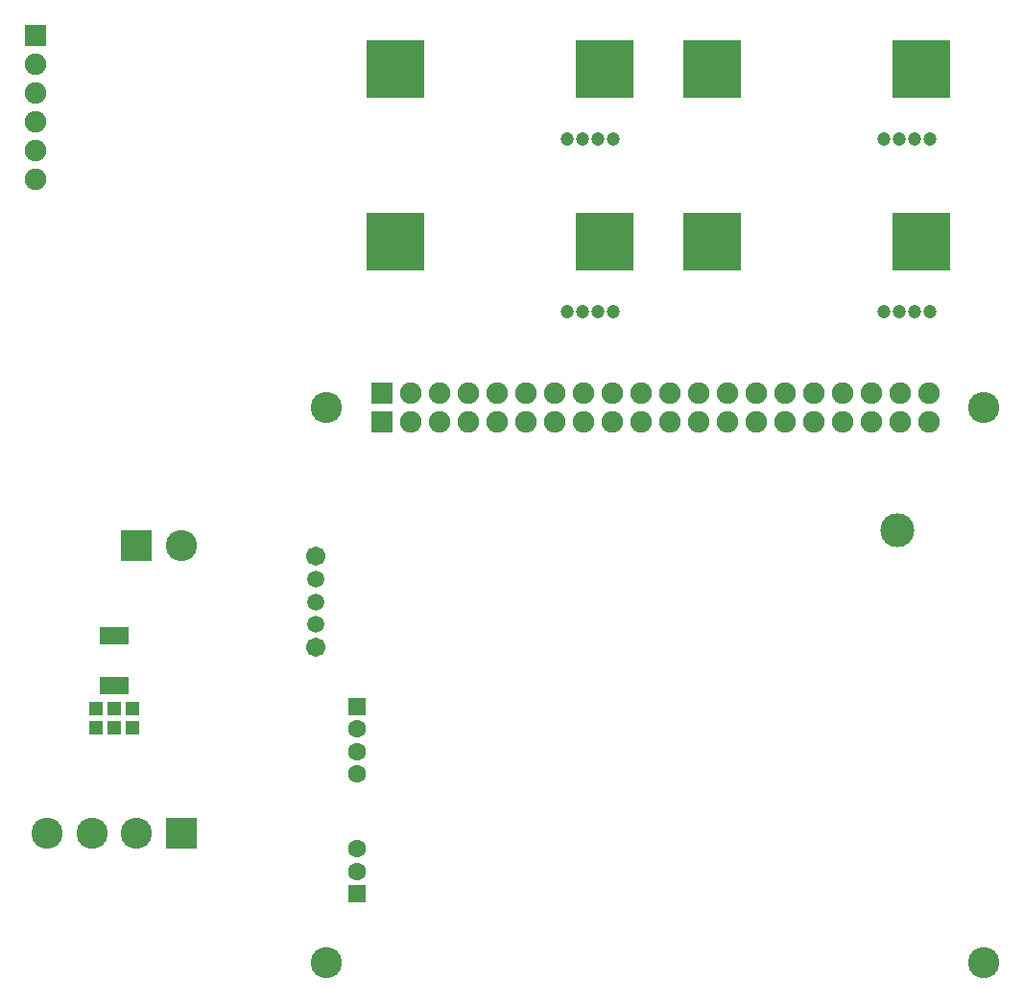
<source format=gbs>
G04 DipTrace 3.0.0.1*
G04 panel1.GBS*
%MOIN*%
G04 #@! TF.FileFunction,Soldermask,Bot*
G04 #@! TF.Part,Single*
%ADD80C,0.108268*%
%ADD81C,0.11811*%
%ADD114C,0.067087*%
%ADD116C,0.059213*%
%ADD132R,0.019843X0.06315*%
%ADD140C,0.074961*%
%ADD142R,0.074961X0.074961*%
%ADD144C,0.047402*%
%ADD146R,0.06315X0.06315*%
%ADD148C,0.06315*%
%ADD150C,0.108032*%
%ADD152R,0.108032X0.108032*%
%ADD164R,0.047402X0.051339*%
%FSLAX26Y26*%
G04*
G70*
G90*
G75*
G01*
G04 BotMask*
%LPD*%
D80*
X3915276Y531811D3*
X1631811Y2460945D3*
Y531811D3*
X3915276Y2460945D3*
D152*
X1127907Y980778D3*
D150*
X972002D3*
X816096D3*
X660191D3*
D148*
X1736044Y1344065D3*
D146*
Y1422805D3*
D148*
Y1265324D3*
Y1186584D3*
Y848445D3*
D146*
Y769705D3*
D148*
Y927185D3*
D152*
X972002Y1980778D3*
D150*
X1127907D3*
D144*
X3567231Y2794029D3*
X3620381D3*
X3673530D3*
X3726680D3*
X2467231D3*
X2520381D3*
X2573530D3*
X2626680D3*
X3567231Y3394029D3*
X3620381D3*
X3673530D3*
X3726680D3*
X2467231D3*
X2520381D3*
X2573530D3*
X2626680D3*
D142*
X619418Y3755278D3*
D140*
Y3655278D3*
Y3555278D3*
Y3455278D3*
Y3355278D3*
Y3255278D3*
D142*
X1823544Y2410945D3*
D140*
X1923544D3*
X2023544D3*
X2123544D3*
X2223544D3*
X2323544D3*
X2423544D3*
X2523544D3*
X2623544D3*
X2723544D3*
X2823544D3*
X2923544D3*
X3023544D3*
X3123544D3*
X3223544D3*
X3323544D3*
X3423544D3*
X3523544D3*
X3623544D3*
X3723544D3*
D142*
X1823544Y2510945D3*
D140*
X1923544D3*
X2023544D3*
X2123544D3*
X2223544D3*
X2323544D3*
X2423544D3*
X2523544D3*
X2623544D3*
X2723544D3*
X2823544D3*
X2923544D3*
X3023544D3*
X3123544D3*
X3223544D3*
X3323544D3*
X3423544D3*
X3523544D3*
X3623544D3*
X3723544D3*
D132*
X933419Y1494164D3*
X913734D3*
X894049D3*
X874364D3*
X854679D3*
Y1667393D3*
X874364D3*
X894049D3*
X913734D3*
X933419D3*
D164*
X956549Y1347314D3*
Y1414243D3*
X894049D3*
Y1347314D3*
X831549D3*
Y1414243D3*
D116*
X1592293Y1707205D3*
Y1785945D3*
Y1864685D3*
D114*
Y1628465D3*
Y1943425D3*
D81*
X3614592Y2034886D3*
G36*
X3596956Y3137780D2*
X3796956D1*
Y2937780D1*
X3596956D1*
Y3137780D1*
G37*
G36*
X2871956D2*
X3071956D1*
Y2937780D1*
X2871956D1*
Y3137780D1*
G37*
G36*
X2496956D2*
X2696956D1*
Y2937780D1*
X2496956D1*
Y3137780D1*
G37*
G36*
X1771956D2*
X1971956D1*
Y2937780D1*
X1771956D1*
Y3137780D1*
G37*
G36*
X3596956Y3737780D2*
X3796956D1*
Y3537780D1*
X3596956D1*
Y3737780D1*
G37*
G36*
X2871956D2*
X3071956D1*
Y3537780D1*
X2871956D1*
Y3737780D1*
G37*
G36*
X2496956D2*
X2696956D1*
Y3537780D1*
X2496956D1*
Y3737780D1*
G37*
G36*
X1771956D2*
X1971956D1*
Y3537780D1*
X1771956D1*
Y3737780D1*
G37*
M02*

</source>
